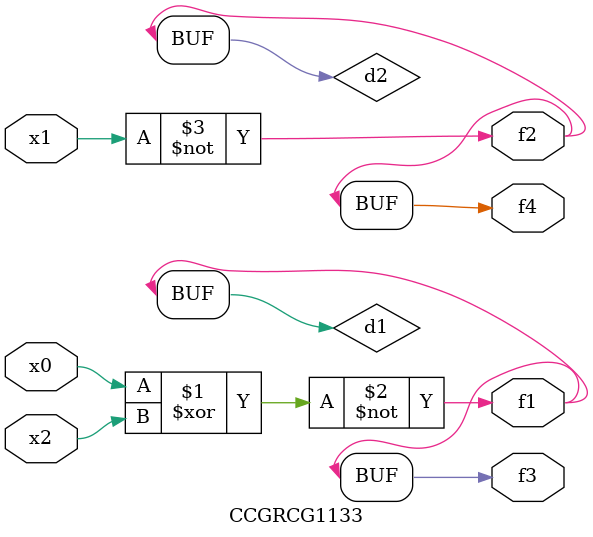
<source format=v>
module CCGRCG1133(
	input x0, x1, x2,
	output f1, f2, f3, f4
);

	wire d1, d2, d3;

	xnor (d1, x0, x2);
	nand (d2, x1);
	nor (d3, x1, x2);
	assign f1 = d1;
	assign f2 = d2;
	assign f3 = d1;
	assign f4 = d2;
endmodule

</source>
